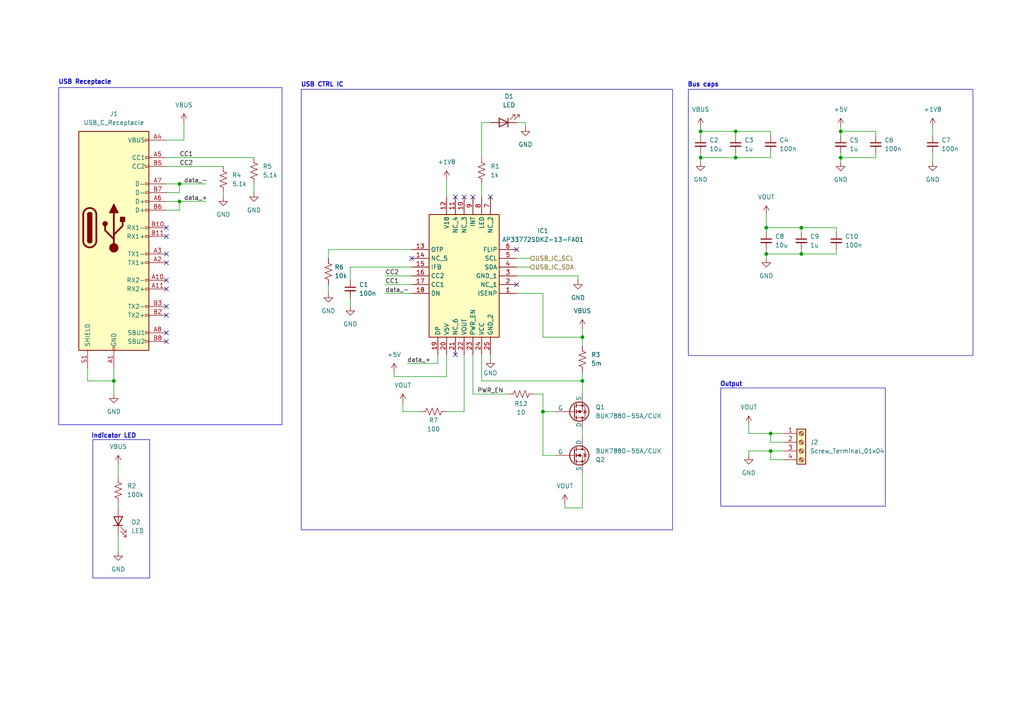
<source format=kicad_sch>
(kicad_sch (version 20250114) (generator "eeschema") (generator_version "9.0")
  (paper "A4")
  (lib_symbols
    (symbol "AP33772SDKZ-13-FA01:AP33772SDKZ-13-FA01"
      (property "Reference" "IC" (at 26.67 17.78 0))
      (property "Value" "AP33772SDKZ-13-FA01" (at 26.67 15.24 0))
      (symbol "AP33772SDKZ-13-FA01_1_1"
        (rectangle (start 5.08 12.7) (end 25.4 -22.86) (stroke (width 0.254)) (fill (type background)))
        (pin passive line (at 0 0 0) (length 5.08) (name "ISENP") (number "1"))
        (pin passive line (at 0 -2.54 0) (length 5.08) (name "NC_1") (number "2"))
        (pin passive line (at 0 -5.08 0) (length 5.08) (name "GND_1") (number "3"))
        (pin passive line (at 0 -7.62 0) (length 5.08) (name "SDA") (number "4"))
        (pin passive line (at 0 -10.16 0) (length 5.08) (name "SCL") (number "5"))
        (pin passive line (at 0 -12.7 0) (length 5.08) (name "FLIP") (number "6"))
        (pin passive line (at 7.62 17.78 270) (length 5.08) (name "GND_2") (number "25"))
        (pin passive line (at 7.62 -27.94 90) (length 5.08) (name "NC_2") (number "7"))
        (pin passive line (at 10.16 17.78 270) (length 5.08) (name "VCC") (number "24"))
        (pin passive line (at 10.16 -27.94 90) (length 5.08) (name "LED") (number "8"))
        (pin passive line (at 12.7 17.78 270) (length 5.08) (name "PWR_EN") (number "23"))
        (pin passive line (at 12.7 -27.94 90) (length 5.08) (name "INT") (number "9"))
        (pin passive line (at 15.24 17.78 270) (length 5.08) (name "VOUT") (number "22"))
        (pin passive line (at 15.24 -27.94 90) (length 5.08) (name "NC_3") (number "10"))
        (pin passive line (at 17.78 17.78 270) (length 5.08) (name "NC_6") (number "21"))
        (pin passive line (at 17.78 -27.94 90) (length 5.08) (name "NC_4") (number "11"))
        (pin passive line (at 20.32 17.78 270) (length 5.08) (name "V5V") (number "20"))
        (pin passive line (at 20.32 -27.94 90) (length 5.08) (name "V18") (number "12"))
        (pin passive line (at 22.86 17.78 270) (length 5.08) (name "DP") (number "19"))
        (pin passive line (at 30.48 0 180) (length 5.08) (name "DN") (number "18"))
        (pin passive line (at 30.48 -2.54 180) (length 5.08) (name "CC1") (number "17"))
        (pin passive line (at 30.48 -5.08 180) (length 5.08) (name "CC2") (number "16"))
        (pin passive line (at 30.48 -7.62 180) (length 5.08) (name "IFB") (number "15"))
        (pin passive line (at 30.48 -10.16 180) (length 5.08) (name "NC_5") (number "14"))
        (pin passive line (at 30.48 -12.7 180) (length 5.08) (name "OTP") (number "13"))
      )
    )
    (symbol "Connector:Screw_Terminal_01x04" (pin_names (offset 1.016) (hide yes))
      (property "Reference" "J" (at 0 5.08 0))
      (property "Value" "Screw_Terminal_01x04" (at 0 -7.62 0))
      (symbol "Screw_Terminal_01x04_1_1"
        (rectangle (start -1.27 3.81) (end 1.27 -6.35) (stroke (width 0.254)) (fill (type background)))
        (polyline (pts (xy -0.5334 2.8702) (xy 0.3302 2.032)) (stroke (width 0.1524)))
        (polyline (pts (xy -0.5334 0.3302) (xy 0.3302 -0.508)) (stroke (width 0.1524)))
        (polyline (pts (xy -0.5334 -2.2098) (xy 0.3302 -3.048)) (stroke (width 0.1524)))
        (polyline (pts (xy -0.5334 -4.7498) (xy 0.3302 -5.588)) (stroke (width 0.1524)))
        (polyline (pts (xy -0.3556 3.048) (xy 0.508 2.2098)) (stroke (width 0.1524)))
        (polyline (pts (xy -0.3556 0.508) (xy 0.508 -0.3302)) (stroke (width 0.1524)))
        (polyline (pts (xy -0.3556 -2.032) (xy 0.508 -2.8702)) (stroke (width 0.1524)))
        (polyline (pts (xy -0.3556 -4.572) (xy 0.508 -5.4102)) (stroke (width 0.1524)))
        (circle (center 0 2.54) (radius 0.635) (stroke (width 0.1524)))
        (circle (center 0 0) (radius 0.635) (stroke (width 0.1524)))
        (circle (center 0 -2.54) (radius 0.635) (stroke (width 0.1524)))
        (circle (center 0 -5.08) (radius 0.635) (stroke (width 0.1524)))
        (pin passive line (at -5.08 2.54 0) (length 3.81) (name "Pin_1") (number "1"))
        (pin passive line (at -5.08 0 0) (length 3.81) (name "Pin_2") (number "2"))
        (pin passive line (at -5.08 -2.54 0) (length 3.81) (name "Pin_3") (number "3"))
        (pin passive line (at -5.08 -5.08 0) (length 3.81) (name "Pin_4") (number "4"))
      )
    )
    (symbol "Connector:USB_C_Receptacle" (pin_names (offset 1.016))
      (property "Reference" "J" (at -10.16 29.21 0))
      (property "Value" "USB_C_Receptacle" (at 10.16 29.21 0))
      (symbol "USB_C_Receptacle_0_0"
        (rectangle (start -0.254 -35.56) (end 0.254 -34.544))
        (rectangle (start 10.16 25.654) (end 9.144 25.146))
        (rectangle (start 10.16 20.574) (end 9.144 20.066))
        (rectangle (start 10.16 18.034) (end 9.144 17.526))
        (rectangle (start 10.16 12.954) (end 9.144 12.446))
        (rectangle (start 10.16 10.414) (end 9.144 9.906))
        (rectangle (start 10.16 7.874) (end 9.144 7.366))
        (rectangle (start 10.16 5.334) (end 9.144 4.826))
        (rectangle (start 10.16 0.254) (end 9.144 -0.254))
        (rectangle (start 10.16 -2.286) (end 9.144 -2.794))
        (rectangle (start 10.16 -7.366) (end 9.144 -7.874))
        (rectangle (start 10.16 -9.906) (end 9.144 -10.414))
        (rectangle (start 10.16 -14.986) (end 9.144 -15.494))
        (rectangle (start 10.16 -17.526) (end 9.144 -18.034))
        (rectangle (start 10.16 -22.606) (end 9.144 -23.114))
        (rectangle (start 10.16 -25.146) (end 9.144 -25.654))
        (rectangle (start 10.16 -30.226) (end 9.144 -30.734))
        (rectangle (start 10.16 -32.766) (end 9.144 -33.274))
      )
      (symbol "USB_C_Receptacle_0_1"
        (rectangle (start -10.16 27.94) (end 10.16 -35.56) (stroke (width 0.254)) (fill (type background)))
        (polyline (pts (xy -8.89 -3.81) (xy -8.89 3.81)) (stroke (width 0.508)))
        (rectangle (start -7.62 -3.81) (end -6.35 3.81) (stroke (width 0.254)) (fill (type outline)))
        (arc (start -7.62 3.81) (mid -6.985 4.4423) (end -6.35 3.81) (stroke (width 0.254)))
        (arc (start -7.62 3.81) (mid -6.985 4.4423) (end -6.35 3.81) (stroke (width 0.254)) (fill (type outline)))
        (arc (start -8.89 3.81) (mid -6.985 5.7067) (end -5.08 3.81) (stroke (width 0.508)))
        (arc (start -5.08 -3.81) (mid -6.985 -5.7067) (end -8.89 -3.81) (stroke (width 0.508)))
        (arc (start -6.35 -3.81) (mid -6.985 -4.4423) (end -7.62 -3.81) (stroke (width 0.254)))
        (arc (start -6.35 -3.81) (mid -6.985 -4.4423) (end -7.62 -3.81) (stroke (width 0.254)) (fill (type outline)))
        (polyline (pts (xy -5.08 3.81) (xy -5.08 -3.81)) (stroke (width 0.508)))
      )
      (symbol "USB_C_Receptacle_1_1"
        (circle (center -2.54 1.143) (radius 0.635) (stroke (width 0.254)) (fill (type outline)))
        (polyline (pts (xy -1.27 4.318) (xy 0 6.858) (xy 1.27 4.318) (xy -1.27 4.318)) (stroke (width 0.254)) (fill (type outline)))
        (polyline (pts (xy 0 -2.032) (xy 2.54 0.508) (xy 2.54 1.778)) (stroke (width 0.508)))
        (polyline (pts (xy 0 -3.302) (xy -2.54 -0.762) (xy -2.54 0.508)) (stroke (width 0.508)))
        (polyline (pts (xy 0 -5.842) (xy 0 4.318)) (stroke (width 0.508)))
        (circle (center 0 -5.842) (radius 1.27) (fill (type outline)))
        (rectangle (start 1.905 1.778) (end 3.175 3.048) (stroke (width 0.254)) (fill (type outline)))
        (pin passive line (at -7.62 -40.64 90) (length 5.08) (name "SHIELD") (number "S1"))
        (pin passive line (at 0 -40.64 90) (length 5.08) (name "GND") (number "A1"))
        (pin passive line (at 0 -40.64 90) (length 5.08) (hide yes) (name "GND") (number "A12"))
        (pin passive line (at 0 -40.64 90) (length 5.08) (hide yes) (name "GND") (number "B1"))
        (pin passive line (at 0 -40.64 90) (length 5.08) (hide yes) (name "GND") (number "B12"))
        (pin passive line (at 15.24 25.4 180) (length 5.08) (name "VBUS") (number "A4"))
        (pin passive line (at 15.24 25.4 180) (length 5.08) (hide yes) (name "VBUS") (number "A9"))
        (pin passive line (at 15.24 25.4 180) (length 5.08) (hide yes) (name "VBUS") (number "B4"))
        (pin passive line (at 15.24 25.4 180) (length 5.08) (hide yes) (name "VBUS") (number "B9"))
        (pin bidirectional line (at 15.24 20.32 180) (length 5.08) (name "CC1") (number "A5"))
        (pin bidirectional line (at 15.24 17.78 180) (length 5.08) (name "CC2") (number "B5"))
        (pin bidirectional line (at 15.24 12.7 180) (length 5.08) (name "D-") (number "A7"))
        (pin bidirectional line (at 15.24 10.16 180) (length 5.08) (name "D-") (number "B7"))
        (pin bidirectional line (at 15.24 7.62 180) (length 5.08) (name "D+") (number "A6"))
        (pin bidirectional line (at 15.24 5.08 180) (length 5.08) (name "D+") (number "B6"))
        (pin bidirectional line (at 15.24 0 180) (length 5.08) (name "RX1-") (number "B10"))
        (pin bidirectional line (at 15.24 -2.54 180) (length 5.08) (name "RX1+") (number "B11"))
        (pin bidirectional line (at 15.24 -7.62 180) (length 5.08) (name "TX1-") (number "A3"))
        (pin bidirectional line (at 15.24 -10.16 180) (length 5.08) (name "TX1+") (number "A2"))
        (pin bidirectional line (at 15.24 -15.24 180) (length 5.08) (name "RX2-") (number "A10"))
        (pin bidirectional line (at 15.24 -17.78 180) (length 5.08) (name "RX2+") (number "A11"))
        (pin bidirectional line (at 15.24 -22.86 180) (length 5.08) (name "TX2-") (number "B3"))
        (pin bidirectional line (at 15.24 -25.4 180) (length 5.08) (name "TX2+") (number "B2"))
        (pin bidirectional line (at 15.24 -30.48 180) (length 5.08) (name "SBU1") (number "A8"))
        (pin bidirectional line (at 15.24 -33.02 180) (length 5.08) (name "SBU2") (number "B8"))
      )
    )
    (symbol "Device:C_Small" (pin_numbers (hide yes)) (pin_names (offset 0.254) (hide yes))
      (property "Reference" "C" (at 0.254 1.778 0))
      (property "Value" "C_Small" (at 0.254 -2.032 0))
      (symbol "C_Small_0_1"
        (polyline (pts (xy -1.524 0.508) (xy 1.524 0.508)) (stroke (width 0.3048)))
        (polyline (pts (xy -1.524 -0.508) (xy 1.524 -0.508)) (stroke (width 0.3302)))
      )
      (symbol "C_Small_1_1"
        (pin passive line (at 0 2.54 270) (length 2.032) (name "~") (number "1"))
        (pin passive line (at 0 -2.54 90) (length 2.032) (name "~") (number "2"))
      )
    )
    (symbol "Device:LED" (pin_numbers (hide yes)) (pin_names (offset 1.016) (hide yes))
      (property "Reference" "D" (at 0 2.54 0))
      (property "Value" "LED" (at 0 -2.54 0))
      (symbol "LED_0_1"
        (polyline (pts (xy -3.048 -0.762) (xy -4.572 -2.286) (xy -3.81 -2.286) (xy -4.572 -2.286) (xy -4.572 -1.524)))
        (polyline (pts (xy -1.778 -0.762) (xy -3.302 -2.286) (xy -2.54 -2.286) (xy -3.302 -2.286) (xy -3.302 -1.524)))
        (polyline (pts (xy -1.27 0) (xy 1.27 0)))
        (polyline (pts (xy -1.27 -1.27) (xy -1.27 1.27)) (stroke (width 0.254)))
        (polyline (pts (xy 1.27 -1.27) (xy 1.27 1.27) (xy -1.27 0) (xy 1.27 -1.27)) (stroke (width 0.254)))
      )
      (symbol "LED_1_1"
        (pin passive line (at -3.81 0 0) (length 2.54) (name "K") (number "1"))
        (pin passive line (at 3.81 0 180) (length 2.54) (name "A") (number "2"))
      )
    )
    (symbol "Device:R_US" (pin_numbers (hide yes)) (pin_names (offset 0))
      (property "Reference" "R" (at 2.54 0 90))
      (property "Value" "R_US" (at -2.54 0 90))
      (symbol "R_US_0_1"
        (polyline (pts (xy 0 2.286) (xy 0 2.54)))
        (polyline (pts (xy 0 2.286) (xy 1.016 1.905) (xy 0 1.524) (xy -1.016 1.143) (xy 0 0.762)))
        (polyline (pts (xy 0 0.762) (xy 1.016 0.381) (xy 0 0) (xy -1.016 -0.381) (xy 0 -0.762)))
        (polyline (pts (xy 0 -0.762) (xy 1.016 -1.143) (xy 0 -1.524) (xy -1.016 -1.905) (xy 0 -2.286)))
        (polyline (pts (xy 0 -2.286) (xy 0 -2.54)))
      )
      (symbol "R_US_1_1"
        (pin passive line (at 0 3.81 270) (length 1.27) (name "~") (number "1"))
        (pin passive line (at 0 -3.81 90) (length 1.27) (name "~") (number "2"))
      )
    )
    (symbol "Simulation_SPICE:NMOS" (pin_numbers (hide yes)) (pin_names (offset 0))
      (property "Reference" "Q" (at 5.08 1.27 0))
      (property "Value" "NMOS" (at 5.08 -1.27 0))
      (symbol "NMOS_0_1"
        (polyline (pts (xy 0.254 1.905) (xy 0.254 -1.905)) (stroke (width 0.254)))
        (polyline (pts (xy 0.254 0) (xy -2.54 0)))
        (polyline (pts (xy 0.762 2.286) (xy 0.762 1.27)) (stroke (width 0.254)))
        (polyline (pts (xy 0.762 0.508) (xy 0.762 -0.508)) (stroke (width 0.254)))
        (polyline (pts (xy 0.762 -1.27) (xy 0.762 -2.286)) (stroke (width 0.254)))
        (polyline (pts (xy 0.762 -1.778) (xy 3.302 -1.778) (xy 3.302 1.778) (xy 0.762 1.778)))
        (polyline (pts (xy 1.016 0) (xy 2.032 0.381) (xy 2.032 -0.381) (xy 1.016 0)) (fill (type outline)))
        (circle (center 1.651 0) (radius 2.794) (stroke (width 0.254)))
        (polyline (pts (xy 2.54 2.54) (xy 2.54 1.778)))
        (circle (center 2.54 1.778) (radius 0.254) (fill (type outline)))
        (circle (center 2.54 -1.778) (radius 0.254) (fill (type outline)))
        (polyline (pts (xy 2.54 -2.54) (xy 2.54 0) (xy 0.762 0)))
        (polyline (pts (xy 2.794 0.508) (xy 2.921 0.381) (xy 3.683 0.381) (xy 3.81 0.254)))
        (polyline (pts (xy 3.302 0.381) (xy 2.921 -0.254) (xy 3.683 -0.254) (xy 3.302 0.381)))
      )
      (symbol "NMOS_1_1"
        (pin input line (at -5.08 0 0) (length 2.54) (name "G") (number "2"))
        (pin passive line (at 2.54 5.08 270) (length 2.54) (name "D") (number "1"))
        (pin passive line (at 2.54 -5.08 90) (length 2.54) (name "S") (number "3"))
      )
    )
    (symbol "power:+5V" (power) (pin_numbers (hide yes)) (pin_names (offset 0) (hide yes))
      (property "Value" "+5V" (at 0 3.556 0))
      (symbol "+5V_0_1"
        (polyline (pts (xy -0.762 1.27) (xy 0 2.54)))
        (polyline (pts (xy 0 2.54) (xy 0.762 1.27)))
        (polyline (pts (xy 0 0) (xy 0 2.54)))
      )
      (symbol "+5V_1_1"
        (pin power_in line (at 0 0 90) (length 0) (name "~") (number "1"))
      )
    )
    (symbol "power:GND" (power) (pin_numbers (hide yes)) (pin_names (offset 0) (hide yes))
      (property "Value" "GND" (at 0 -3.81 0))
      (symbol "GND_0_1"
        (polyline (pts (xy 0 0) (xy 0 -1.27) (xy 1.27 -1.27) (xy 0 -2.54) (xy -1.27 -1.27) (xy 0 -1.27)))
      )
      (symbol "GND_1_1"
        (pin power_in line (at 0 0 270) (length 0) (name "~") (number "1"))
      )
    )
    (symbol "power:VBUS" (power) (pin_numbers (hide yes)) (pin_names (offset 0) (hide yes))
      (property "Value" "VBUS" (at 0 3.556 0))
      (symbol "VBUS_0_1"
        (polyline (pts (xy -0.762 1.27) (xy 0 2.54)))
        (polyline (pts (xy 0 2.54) (xy 0.762 1.27)))
        (polyline (pts (xy 0 0) (xy 0 2.54)))
      )
      (symbol "VBUS_1_1"
        (pin power_in line (at 0 0 90) (length 0) (name "~") (number "1"))
      )
    )
  )
  (rectangle (start 87.376 25.908) (end 195.072 153.67))
  (rectangle (start 209.042 112.522) (end 256.794 146.812))
  (rectangle (start 199.644 25.908) (end 282.194 103.124))
  (rectangle (start 26.924 127.508) (end 43.434 167.64))
  (rectangle (start 17.018 25.4) (end 81.788 123.19))
  (text "Bus caps\n\n" (at 203.962 25.654 0) (effects (font (size 1.27 1.27) (thickness 0.254) (bold yes))))
  (text "Indicator LED\n" (at 33.02 126.492 0) (effects (font (size 1.27 1.27) (thickness 0.254) (bold yes))))
  (text "USB Receptacle\n" (at 24.638 23.876 0) (effects (font (size 1.27 1.27) (thickness 0.254) (bold yes))))
  (text "Output\n\n" (at 212.09 112.522 0) (effects (font (size 1.27 1.27) (thickness 0.254) (bold yes))))
  (text "USB CTRL IC\n" (at 93.472 24.638 0) (effects (font (size 1.27 1.27) (thickness 0.254) (bold yes))))
  (junction (at 243.84 38.1))
  (junction (at 213.36 38.1))
  (junction (at 52.07 53.34))
  (junction (at 203.2 45.72))
  (junction (at 157.48 119.38))
  (junction (at 223.52 125.73))
  (junction (at 232.41 73.66))
  (junction (at 232.41 66.04))
  (junction (at 243.84 45.72))
  (junction (at 222.25 66.04))
  (junction (at 52.07 58.42))
  (junction (at 213.36 45.72))
  (junction (at 168.91 97.79))
  (junction (at 222.25 73.66))
  (junction (at 203.2 38.1))
  (junction (at 168.91 110.49))
  (junction (at 223.52 130.81))
  (junction (at 33.02 110.49))
  (no_connect (at 142.24 57.15))
  (no_connect (at 132.08 102.87))
  (no_connect (at 137.16 57.15))
  (no_connect (at 149.86 82.55))
  (no_connect (at 48.26 83.82))
  (no_connect (at 48.26 96.52))
  (no_connect (at 132.08 57.15))
  (no_connect (at 48.26 73.66))
  (no_connect (at 48.26 76.2))
  (no_connect (at 48.26 66.04))
  (no_connect (at 48.26 91.44))
  (no_connect (at 48.26 81.28))
  (no_connect (at 48.26 88.9))
  (no_connect (at 149.86 72.39))
  (no_connect (at 48.26 68.58))
  (no_connect (at 119.38 74.93))
  (no_connect (at 48.26 99.06))
  (no_connect (at 134.62 57.15))
  (wire (pts (xy 142.24 35.56) (xy 139.7 35.56)))
  (wire (pts (xy 149.86 74.93) (xy 153.67 74.93)))
  (wire (pts (xy 139.7 110.49) (xy 168.91 110.49)))
  (wire (pts (xy 53.34 35.56) (xy 53.34 40.64)))
  (wire (pts (xy 48.26 60.96) (xy 52.07 60.96)))
  (wire (pts (xy 157.48 114.3) (xy 157.48 119.38)))
  (wire (pts (xy 139.7 53.34) (xy 139.7 57.15)))
  (wire (pts (xy 243.84 45.72) (xy 254 45.72)))
  (wire (pts (xy 242.57 73.66) (xy 242.57 72.39)))
  (wire (pts (xy 127 102.87) (xy 127 105.41)))
  (wire (pts (xy 168.91 124.46) (xy 168.91 127)))
  (wire (pts (xy 168.91 147.32) (xy 163.83 147.32)))
  (wire (pts (xy 34.29 146.05) (xy 34.29 147.32)))
  (wire (pts (xy 203.2 36.83) (xy 203.2 38.1)))
  (wire (pts (xy 243.84 44.45) (xy 243.84 45.72)))
  (wire (pts (xy 101.6 86.36) (xy 101.6 88.9)))
  (wire (pts (xy 217.17 123.19) (xy 217.17 125.73)))
  (wire (pts (xy 152.4 35.56) (xy 152.4 36.83)))
  (wire (pts (xy 222.25 73.66) (xy 222.25 74.93)))
  (wire (pts (xy 149.86 85.09) (xy 157.48 85.09)))
  (wire (pts (xy 223.52 130.81) (xy 227.33 130.81)))
  (wire (pts (xy 163.83 146.05) (xy 163.83 147.32)))
  (wire (pts (xy 243.84 38.1) (xy 243.84 39.37)))
  (wire (pts (xy 52.07 53.34) (xy 59.69 53.34)))
  (wire (pts (xy 129.54 109.22) (xy 129.54 102.87)))
  (wire (pts (xy 223.52 125.73) (xy 227.33 125.73)))
  (wire (pts (xy 73.66 53.34) (xy 73.66 55.88)))
  (wire (pts (xy 137.16 102.87) (xy 137.16 114.3)))
  (wire (pts (xy 111.76 85.09) (xy 119.38 85.09)))
  (wire (pts (xy 114.3 109.22) (xy 129.54 109.22)))
  (wire (pts (xy 52.07 58.42) (xy 59.69 58.42)))
  (wire (pts (xy 157.48 132.08) (xy 161.29 132.08)))
  (wire (pts (xy 33.02 110.49) (xy 33.02 114.3)))
  (wire (pts (xy 223.52 133.35) (xy 227.33 133.35)))
  (wire (pts (xy 33.02 106.68) (xy 33.02 110.49)))
  (wire (pts (xy 203.2 44.45) (xy 203.2 45.72)))
  (wire (pts (xy 242.57 66.04) (xy 242.57 67.31)))
  (wire (pts (xy 168.91 137.16) (xy 168.91 147.32)))
  (wire (pts (xy 157.48 97.79) (xy 168.91 97.79)))
  (wire (pts (xy 167.64 80.01) (xy 149.86 80.01)))
  (wire (pts (xy 213.36 38.1) (xy 213.36 39.37)))
  (wire (pts (xy 222.25 62.23) (xy 222.25 66.04)))
  (wire (pts (xy 101.6 77.47) (xy 101.6 81.28)))
  (wire (pts (xy 95.25 82.55) (xy 95.25 85.09)))
  (wire (pts (xy 157.48 85.09) (xy 157.48 97.79)))
  (wire (pts (xy 48.26 48.26) (xy 64.77 48.26)))
  (wire (pts (xy 254 38.1) (xy 254 39.37)))
  (wire (pts (xy 223.52 128.27) (xy 227.33 128.27)))
  (wire (pts (xy 213.36 38.1) (xy 223.52 38.1)))
  (wire (pts (xy 149.86 77.47) (xy 153.67 77.47)))
  (wire (pts (xy 129.54 52.07) (xy 129.54 57.15)))
  (wire (pts (xy 270.51 44.45) (xy 270.51 46.99)))
  (wire (pts (xy 48.26 45.72) (xy 73.66 45.72)))
  (wire (pts (xy 232.41 66.04) (xy 242.57 66.04)))
  (wire (pts (xy 254 44.45) (xy 254 45.72)))
  (wire (pts (xy 129.54 119.38) (xy 134.62 119.38)))
  (wire (pts (xy 223.52 38.1) (xy 223.52 39.37)))
  (wire (pts (xy 118.11 105.41) (xy 127 105.41)))
  (wire (pts (xy 48.26 58.42) (xy 52.07 58.42)))
  (wire (pts (xy 213.36 45.72) (xy 223.52 45.72)))
  (wire (pts (xy 52.07 55.88) (xy 48.26 55.88)))
  (wire (pts (xy 222.25 66.04) (xy 232.41 66.04)))
  (wire (pts (xy 111.76 80.01) (xy 119.38 80.01)))
  (wire (pts (xy 139.7 102.87) (xy 139.7 110.49)))
  (wire (pts (xy 168.91 110.49) (xy 168.91 107.95)))
  (wire (pts (xy 52.07 58.42) (xy 52.07 60.96)))
  (wire (pts (xy 154.94 114.3) (xy 157.48 114.3)))
  (wire (pts (xy 95.25 72.39) (xy 95.25 74.93)))
  (wire (pts (xy 243.84 45.72) (xy 243.84 46.99)))
  (wire (pts (xy 116.84 119.38) (xy 121.92 119.38)))
  (wire (pts (xy 157.48 119.38) (xy 161.29 119.38)))
  (wire (pts (xy 203.2 45.72) (xy 203.2 46.99)))
  (wire (pts (xy 243.84 38.1) (xy 254 38.1)))
  (wire (pts (xy 53.34 40.64) (xy 48.26 40.64)))
  (wire (pts (xy 114.3 107.95) (xy 114.3 109.22)))
  (wire (pts (xy 137.16 114.3) (xy 147.32 114.3)))
  (wire (pts (xy 64.77 55.88) (xy 64.77 57.15)))
  (wire (pts (xy 217.17 125.73) (xy 223.52 125.73)))
  (wire (pts (xy 111.76 82.55) (xy 119.38 82.55)))
  (wire (pts (xy 222.25 73.66) (xy 232.41 73.66)))
  (wire (pts (xy 217.17 130.81) (xy 217.17 132.08)))
  (wire (pts (xy 217.17 130.81) (xy 223.52 130.81)))
  (wire (pts (xy 116.84 116.84) (xy 116.84 119.38)))
  (wire (pts (xy 213.36 44.45) (xy 213.36 45.72)))
  (wire (pts (xy 222.25 72.39) (xy 222.25 73.66)))
  (wire (pts (xy 232.41 66.04) (xy 232.41 67.31)))
  (wire (pts (xy 223.52 130.81) (xy 223.52 133.35)))
  (wire (pts (xy 167.64 81.28) (xy 167.64 80.01)))
  (wire (pts (xy 232.41 73.66) (xy 242.57 73.66)))
  (wire (pts (xy 168.91 110.49) (xy 168.91 114.3)))
  (wire (pts (xy 168.91 97.79) (xy 168.91 100.33)))
  (wire (pts (xy 203.2 38.1) (xy 203.2 39.37)))
  (wire (pts (xy 48.26 53.34) (xy 52.07 53.34)))
  (wire (pts (xy 139.7 35.56) (xy 139.7 45.72)))
  (wire (pts (xy 119.38 77.47) (xy 101.6 77.47)))
  (wire (pts (xy 25.4 110.49) (xy 33.02 110.49)))
  (wire (pts (xy 168.91 95.25) (xy 168.91 97.79)))
  (wire (pts (xy 25.4 106.68) (xy 25.4 110.49)))
  (wire (pts (xy 222.25 66.04) (xy 222.25 67.31)))
  (wire (pts (xy 34.29 154.94) (xy 34.29 160.02)))
  (wire (pts (xy 223.52 125.73) (xy 223.52 128.27)))
  (wire (pts (xy 203.2 45.72) (xy 213.36 45.72)))
  (wire (pts (xy 232.41 72.39) (xy 232.41 73.66)))
  (wire (pts (xy 223.52 45.72) (xy 223.52 44.45)))
  (wire (pts (xy 134.62 102.87) (xy 134.62 119.38)))
  (wire (pts (xy 52.07 53.34) (xy 52.07 55.88)))
  (wire (pts (xy 149.86 35.56) (xy 152.4 35.56)))
  (wire (pts (xy 34.29 134.62) (xy 34.29 138.43)))
  (wire (pts (xy 157.48 119.38) (xy 157.48 132.08)))
  (wire (pts (xy 119.38 72.39) (xy 95.25 72.39)))
  (wire (pts (xy 270.51 36.83) (xy 270.51 39.37)))
  (wire (pts (xy 142.24 104.14) (xy 142.24 102.87)))
  (wire (pts (xy 203.2 38.1) (xy 213.36 38.1)))
  (wire (pts (xy 243.84 36.83) (xy 243.84 38.1)))
  (label "CC2" (at 111.76 80.01 0))
  (label "CC2" (at 52.07 48.26 0))
  (label "CC1" (at 52.07 45.72 0))
  (label "data_+" (at 118.11 105.41 0))
  (label "CC1" (at 111.76 82.55 0))
  (label "data_+" (at 53.34 58.42 0))
  (label "data_-" (at 53.34 53.34 0))
  (label "data_-" (at 111.76 85.09 0))
  (label "PWR_EN" (at 138.43 114.3 0))
  (hierarchical_label "USB_IC_SDA" (shape input) (at 153.67 77.47 0))
  (hierarchical_label "USB_IC_SCL" (shape input) (at 153.67 74.93 0))
  (symbol (lib_id "Device:C_Small") (at 223.52 41.91 0) (unit 1)
    (property "Reference" "C4" (at 226.06 40.6462 0) (effects (justify left)))
    (property "Value" "100n" (at 226.06 43.1862 0) (effects (justify left)))
    (property "Footprint" "Capacitor_SMD:C_0603_1608Metric_Pad1.08x0.95mm_HandSolder" (effects (hide yes)))
    (property "Description" "Unpolarized capacitor, small symbol" (effects (hide yes)))
  )
  (symbol (lib_id "power:VBUS") (at 168.91 95.25 0) (unit 1)
    (property "Reference" "#PWR011" (effects (hide yes)))
    (property "Value" "VBUS" (at 168.91 90.17 0))
    (property "Description" "Power symbol creates a global label with name \"VBUS\"" (effects (hide yes)))
  )
  (symbol (lib_id "power:GND") (at 270.51 46.99 0) (unit 1)
    (property "Reference" "#PWR017" (effects (hide yes)))
    (property "Value" "GND" (at 270.51 52.07 0))
    (property "Description" "Power symbol creates a global label with name \"GND\" , ground" (effects (hide yes)))
  )
  (symbol (lib_id "power:VBUS") (at 217.17 123.19 0) (unit 1)
    (property "Reference" "#PWR025" (effects (hide yes)))
    (property "Value" "VOUT" (at 217.17 118.11 0))
    (property "Description" "Power symbol creates a global label with name \"VBUS\"" (effects (hide yes)))
  )
  (symbol (lib_id "power:GND") (at 33.02 114.3 0) (unit 1)
    (property "Reference" "#PWR02" (effects (hide yes)))
    (property "Value" "GND" (at 33.02 119.38 0))
    (property "Description" "Power symbol creates a global label with name \"GND\" , ground" (effects (hide yes)))
  )
  (symbol (lib_id "Device:R_US") (at 64.77 52.07 180) (unit 1)
    (property "Reference" "R4" (at 67.31 50.7999 0) (effects (justify right)))
    (property "Value" "5.1k" (at 67.31 53.3399 0) (effects (justify right)))
    (property "Footprint" "Resistor_SMD:R_0603_1608Metric_Pad0.98x0.95mm_HandSolder" (effects (hide yes)))
    (property "Description" "Resistor, US symbol" (effects (hide yes)))
  )
  (symbol (lib_id "power:GND") (at 167.64 81.28 0) (unit 1)
    (property "Reference" "#PWR010" (effects (hide yes)))
    (property "Value" "GND" (at 167.64 86.36 0))
    (property "Description" "Power symbol creates a global label with name \"GND\" , ground" (effects (hide yes)))
  )
  (symbol (lib_id "power:GND") (at 203.2 46.99 0) (unit 1)
    (property "Reference" "#PWR08" (effects (hide yes)))
    (property "Value" "GND" (at 203.2 52.07 0))
    (property "Description" "Power symbol creates a global label with name \"GND\" , ground" (effects (hide yes)))
  )
  (symbol (lib_id "Device:R_US") (at 95.25 78.74 0) (unit 1)
    (property "Reference" "R6" (at 97.028 77.47 0) (effects (justify left)))
    (property "Value" "10k" (at 97.028 80.01 0) (effects (justify left)))
    (property "Footprint" "Resistor_SMD:R_0603_1608Metric_Pad0.98x0.95mm_HandSolder" (effects (hide yes)))
    (property "Description" "Resistor, US symbol" (effects (hide yes)))
  )
  (symbol (lib_id "Device:C_Small") (at 203.2 41.91 0) (unit 1)
    (property "Reference" "C2" (at 205.74 40.6462 0) (effects (justify left)))
    (property "Value" "10u" (at 205.74 43.1862 0) (effects (justify left)))
    (property "Footprint" "Capacitor_SMD:C_0603_1608Metric_Pad1.08x0.95mm_HandSolder" (effects (hide yes)))
    (property "Description" "Unpolarized capacitor, small symbol" (effects (hide yes)))
  )
  (symbol (lib_id "power:VBUS") (at 222.25 62.23 0) (unit 1)
    (property "Reference" "#PWR029" (effects (hide yes)))
    (property "Value" "VOUT" (at 222.25 57.15 0))
    (property "Description" "Power symbol creates a global label with name \"VBUS\"" (effects (hide yes)))
  )
  (symbol (lib_id "power:GND") (at 64.77 57.15 0) (unit 1)
    (property "Reference" "#PWR012" (effects (hide yes)))
    (property "Value" "GND" (at 64.77 62.23 0))
    (property "Description" "Power symbol creates a global label with name \"GND\" , ground" (effects (hide yes)))
  )
  (symbol (lib_id "power:GND") (at 217.17 132.08 0) (unit 1)
    (property "Reference" "#PWR021" (effects (hide yes)))
    (property "Value" "GND" (at 217.17 137.16 0))
    (property "Description" "Power symbol creates a global label with name \"GND\" , ground" (effects (hide yes)))
  )
  (symbol (lib_id "power:VBUS") (at 116.84 116.84 0) (unit 1)
    (property "Reference" "#PWR024" (effects (hide yes)))
    (property "Value" "VOUT" (at 116.84 111.76 0))
    (property "Description" "Power symbol creates a global label with name \"VBUS\"" (effects (hide yes)))
  )
  (symbol (lib_id "Device:C_Small") (at 232.41 69.85 0) (unit 1)
    (property "Reference" "C9" (at 234.95 68.5862 0) (effects (justify left)))
    (property "Value" "1u" (at 234.95 71.1262 0) (effects (justify left)))
    (property "Footprint" "Capacitor_SMD:C_0603_1608Metric_Pad1.08x0.95mm_HandSolder" (effects (hide yes)))
    (property "Description" "Unpolarized capacitor, small symbol" (effects (hide yes)))
  )
  (symbol (lib_id "Device:C_Small") (at 254 41.91 0) (unit 1)
    (property "Reference" "C6" (at 256.54 40.6462 0) (effects (justify left)))
    (property "Value" "100n" (at 256.54 43.1862 0) (effects (justify left)))
    (property "Footprint" "Capacitor_SMD:C_0603_1608Metric_Pad1.08x0.95mm_HandSolder" (effects (hide yes)))
    (property "Description" "Unpolarized capacitor, small symbol" (effects (hide yes)))
  )
  (symbol (lib_id "power:+5V") (at 114.3 107.95 0) (unit 1)
    (property "Reference" "#PWR04" (effects (hide yes)))
    (property "Value" "+5V" (at 114.3 102.87 0))
    (property "Description" "Power symbol creates a global label with name \"+5V\"" (effects (hide yes)))
  )
  (symbol (lib_id "AP33772SDKZ-13-FA01:AP33772SDKZ-13-FA01") (at 149.86 85.09 180) (unit 1)
    (property "Reference" "IC1" (at 157.48 66.9446 0))
    (property "Value" "AP33772SDKZ-13-FA01" (at 157.48 69.4846 0))
    (property "Footprint" "footprints:AP33772SDKZ13FA01" (effects (hide yes)))
    (property "Datasheet" "https://www.diodes.com/datasheet/download/AP33772S.pdf" (effects (hide yes)))
    (property "Description" "USB, Type-C Controller PMIC W-QFN4040-24 (Type A1)" (effects (hide yes)))
    (property "Height" "0.8" (effects (hide yes)))
    (property "Mouser Part Number" "621-P33772SDKZ13FA01" (effects (hide yes)))
    (property "Mouser Price/Stock" "https://www.mouser.co.uk/ProductDetail/Diodes-Incorporated/AP33772SDKZ-13-FA01?qs=2wMNvWM5ZX4CLYQ4%252BLyimw%3D%3D" (effects (hide yes)))
    (property "Manufacturer_Name" "Diodes Incorporated" (effects (hide yes)))
    (property "Manufacturer_Part_Number" "AP33772SDKZ-13-FA01" (effects (hide yes)))
  )
  (symbol (lib_id "Device:R_US") (at 34.29 142.24 0) (unit 1)
    (property "Reference" "R2" (at 36.83 140.9699 0) (effects (justify left)))
    (property "Value" "100k" (at 36.83 143.5099 0) (effects (justify left)))
    (property "Footprint" "Resistor_SMD:R_0603_1608Metric_Pad0.98x0.95mm_HandSolder" (effects (hide yes)))
    (property "Description" "Resistor, US symbol" (effects (hide yes)))
  )
  (symbol (lib_id "power:VBUS") (at 163.83 146.05 0) (unit 1)
    (property "Reference" "#PWR030" (effects (hide yes)))
    (property "Value" "VOUT" (at 163.83 140.97 0))
    (property "Description" "Power symbol creates a global label with name \"VBUS\"" (effects (hide yes)))
  )
  (symbol (lib_id "power:GND") (at 73.66 55.88 0) (unit 1)
    (property "Reference" "#PWR023" (effects (hide yes)))
    (property "Value" "GND" (at 73.66 60.96 0))
    (property "Description" "Power symbol creates a global label with name \"GND\" , ground" (effects (hide yes)))
  )
  (symbol (lib_id "Device:R_US") (at 73.66 49.53 180) (unit 1)
    (property "Reference" "R5" (at 76.2 48.2599 0) (effects (justify right)))
    (property "Value" "5.1k" (at 76.2 50.7999 0) (effects (justify right)))
    (property "Footprint" "Resistor_SMD:R_0603_1608Metric_Pad0.98x0.95mm_HandSolder" (effects (hide yes)))
    (property "Description" "Resistor, US symbol" (effects (hide yes)))
  )
  (symbol (lib_id "Simulation_SPICE:NMOS") (at 166.37 119.38 0) (mirror x) (unit 1)
    (property "Reference" "Q1" (at 172.72 118.1099 0) (effects (justify left)))
    (property "Value" "BUK7880-55A/CUX" (at 172.72 120.6499 0) (effects (justify left)))
    (property "Footprint" "Library:SOT-223-3_TabPin2" (effects (hide yes)))
    (property "Datasheet" "https://assets.nexperia.com/documents/data-sheet/BUK7880-55A.pdf" (effects (hide yes)))
    (property "Description" "N-MOSFET transistor, drain/source/gate" (effects (hide yes)))
    (property "Sim.Device" "NMOS" (effects (hide yes)))
    (property "Sim.Type" "VDMOS" (effects (hide yes)))
    (property "Sim.Pins" "1=D 2=G 3=S" (effects (hide yes)))
  )
  (symbol (lib_id "power:+5V") (at 243.84 36.83 0) (unit 1)
    (property "Reference" "#PWR013" (effects (hide yes)))
    (property "Value" "+5V" (at 243.84 31.75 0))
    (property "Description" "Power symbol creates a global label with name \"+5V\"" (effects (hide yes)))
  )
  (symbol (lib_id "Device:R_US") (at 168.91 104.14 0) (unit 1)
    (property "Reference" "R3" (at 171.45 102.8699 0) (effects (justify left)))
    (property "Value" "5m" (at 171.45 105.4099 0) (effects (justify left)))
    (property "Footprint" "Resistor_SMD:R_1206_3216Metric_Pad1.30x1.75mm_HandSolder" (effects (hide yes)))
    (property "Description" "Resistor, US symbol" (effects (hide yes)))
  )
  (symbol (lib_id "Device:R_US") (at 151.13 114.3 270) (unit 1)
    (property "Reference" "R12" (at 151.13 117.094 90))
    (property "Value" "10" (at 151.13 119.634 90))
    (property "Footprint" "Resistor_SMD:R_0603_1608Metric_Pad0.98x0.95mm_HandSolder" (effects (hide yes)))
    (property "Description" "Resistor, US symbol" (effects (hide yes)))
  )
  (symbol (lib_id "Device:LED") (at 146.05 35.56 180) (unit 1)
    (property "Reference" "D1" (at 147.6375 27.94 0))
    (property "Value" "LED" (at 147.6375 30.48 0))
    (property "Footprint" "LED_SMD:LED_0603_1608Metric_Pad1.05x0.95mm_HandSolder" (effects (hide yes)))
    (property "Description" "Light emitting diode" (effects (hide yes)))
    (property "Sim.Pins" "1=K 2=A" (effects (hide yes)))
  )
  (symbol (lib_id "power:GND") (at 152.4 36.83 0) (unit 1)
    (property "Reference" "#PWR03" (effects (hide yes)))
    (property "Value" "GND" (at 152.4 41.91 0))
    (property "Description" "Power symbol creates a global label with name \"GND\" , ground" (effects (hide yes)))
  )
  (symbol (lib_id "Device:R_US") (at 125.73 119.38 270) (unit 1)
    (property "Reference" "R7" (at 125.73 121.92 90))
    (property "Value" "100" (at 125.73 124.46 90))
    (property "Footprint" "Resistor_SMD:R_0603_1608Metric_Pad0.98x0.95mm_HandSolder" (effects (hide yes)))
    (property "Description" "Resistor, US symbol" (effects (hide yes)))
  )
  (symbol (lib_id "power:GND") (at 222.25 74.93 0) (unit 1)
    (property "Reference" "#PWR022" (effects (hide yes)))
    (property "Value" "GND" (at 222.25 80.01 0))
    (property "Description" "Power symbol creates a global label with name \"GND\" , ground" (effects (hide yes)))
  )
  (symbol (lib_id "Device:R_US") (at 139.7 49.53 0) (unit 1)
    (property "Reference" "R1" (at 142.24 48.2599 0) (effects (justify left)))
    (property "Value" "1k" (at 142.24 50.7999 0) (effects (justify left)))
    (property "Footprint" "Resistor_SMD:R_0603_1608Metric_Pad0.98x0.95mm_HandSolder" (effects (hide yes)))
    (property "Description" "Resistor, US symbol" (effects (hide yes)))
  )
  (symbol (lib_id "power:VBUS") (at 203.2 36.83 0) (unit 1)
    (property "Reference" "#PWR07" (effects (hide yes)))
    (property "Value" "VBUS" (at 203.2 31.75 0))
    (property "Description" "Power symbol creates a global label with name \"VBUS\"" (effects (hide yes)))
  )
  (symbol (lib_id "power:GND") (at 101.6 88.9 0) (unit 1)
    (property "Reference" "#PWR018" (effects (hide yes)))
    (property "Value" "GND" (at 101.6 93.98 0))
    (property "Description" "Power symbol creates a global label with name \"GND\" , ground" (effects (hide yes)))
  )
  (symbol (lib_id "Simulation_SPICE:NMOS") (at 166.37 132.08 0) (unit 1)
    (property "Reference" "Q2" (at 172.72 133.3501 0) (effects (justify left)))
    (property "Value" "BUK7880-55A/CUX" (at 172.72 130.8101 0) (effects (justify left)))
    (property "Footprint" "Library:SOT-223-3_TabPin2" (effects (hide yes)))
    (property "Datasheet" "https://assets.nexperia.com/documents/data-sheet/BUK7880-55A.pdf" (effects (hide yes)))
    (property "Description" "N-MOSFET transistor, drain/source/gate" (effects (hide yes)))
    (property "Sim.Device" "NMOS" (effects (hide yes)))
    (property "Sim.Type" "VDMOS" (effects (hide yes)))
    (property "Sim.Pins" "1=D 2=G 3=S" (effects (hide yes)))
  )
  (symbol (lib_id "Device:C_Small") (at 213.36 41.91 0) (unit 1)
    (property "Reference" "C3" (at 215.9 40.6462 0) (effects (justify left)))
    (property "Value" "1u" (at 215.9 43.1862 0) (effects (justify left)))
    (property "Footprint" "Capacitor_SMD:C_0603_1608Metric_Pad1.08x0.95mm_HandSolder" (effects (hide yes)))
    (property "Description" "Unpolarized capacitor, small symbol" (effects (hide yes)))
  )
  (symbol (lib_id "power:VBUS") (at 53.34 35.56 0) (unit 1)
    (property "Reference" "#PWR01" (effects (hide yes)))
    (property "Value" "VBUS" (at 53.34 30.48 0))
    (property "Description" "Power symbol creates a global label with name \"VBUS\"" (effects (hide yes)))
  )
  (symbol (lib_id "power:GND") (at 142.24 104.14 0) (unit 1)
    (property "Reference" "#PWR09" (effects (hide yes)))
    (property "Value" "GND" (at 142.24 108.204 0))
    (property "Description" "Power symbol creates a global label with name \"GND\" , ground" (effects (hide yes)))
  )
  (symbol (lib_id "power:GND") (at 34.29 160.02 0) (unit 1)
    (property "Reference" "#PWR06" (effects (hide yes)))
    (property "Value" "GND" (at 34.29 165.1 0))
    (property "Description" "Power symbol creates a global label with name \"GND\" , ground" (effects (hide yes)))
  )
  (symbol (lib_id "Device:LED") (at 34.29 151.13 90) (unit 1)
    (property "Reference" "D2" (at 38.1 151.4474 90) (effects (justify right)))
    (property "Value" "LED" (at 38.1 153.9874 90) (effects (justify right)))
    (property "Footprint" "LED_SMD:LED_0603_1608Metric_Pad1.05x0.95mm_HandSolder" (effects (hide yes)))
    (property "Description" "Light emitting diode" (effects (hide yes)))
    (property "Sim.Pins" "1=K 2=A" (effects (hide yes)))
  )
  (symbol (lib_id "Device:C_Small") (at 270.51 41.91 0) (unit 1)
    (property "Reference" "C7" (at 273.05 40.6462 0) (effects (justify left)))
    (property "Value" "100n" (at 273.05 43.1862 0) (effects (justify left)))
    (property "Footprint" "Capacitor_SMD:C_0603_1608Metric_Pad1.08x0.95mm_HandSolder" (effects (hide yes)))
    (property "Description" "Unpolarized capacitor, small symbol" (effects (hide yes)))
  )
  (symbol (lib_id "Connector:USB_C_Receptacle") (at 33.02 66.04 0) (unit 1)
    (property "Reference" "J1" (at 33.02 33.02 0))
    (property "Value" "USB_C_Receptacle" (at 33.02 35.56 0))
    (property "Footprint" "footprints:CONN24_4056-03-A_GCT" (effects (hide yes)))
    (property "Datasheet" "https://www.usb.org/sites/default/files/documents/usb_type-c.zip" (effects (hide yes)))
    (property "Description" "USB Full-Featured Type-C Receptacle connector" (effects (hide yes)))
  )
  (symbol (lib_id "Device:C_Small") (at 243.84 41.91 0) (unit 1)
    (property "Reference" "C5" (at 246.38 40.6462 0) (effects (justify left)))
    (property "Value" "1u" (at 246.38 43.1862 0) (effects (justify left)))
    (property "Footprint" "Capacitor_SMD:C_0603_1608Metric_Pad1.08x0.95mm_HandSolder" (effects (hide yes)))
    (property "Description" "Unpolarized capacitor, small symbol" (effects (hide yes)))
  )
  (symbol (lib_id "Connector:Screw_Terminal_01x04") (at 232.41 128.27 0) (unit 1)
    (property "Reference" "J2" (at 234.95 128.2699 0) (effects (justify left)))
    (property "Value" "Screw_Terminal_01x04" (at 234.95 130.8099 0) (effects (justify left)))
    (property "Footprint" "TerminalBlock_Phoenix:TerminalBlock_Phoenix_MKDS-1,5-4_1x04_P5.00mm_Horizontal" (effects (hide yes)))
    (property "Description" "Generic screw terminal, single row, 01x04, script generated (kicad-library-utils/schlib/autogen/connector/)" (effects (hide yes)))
  )
  (symbol (lib_id "Device:C_Small") (at 242.57 69.85 0) (unit 1)
    (property "Reference" "C10" (at 245.11 68.5862 0) (effects (justify left)))
    (property "Value" "100n" (at 245.11 71.1262 0) (effects (justify left)))
    (property "Footprint" "Capacitor_SMD:C_0603_1608Metric_Pad1.08x0.95mm_HandSolder" (effects (hide yes)))
    (property "Description" "Unpolarized capacitor, small symbol" (effects (hide yes)))
  )
  (symbol (lib_id "power:+5V") (at 129.54 52.07 0) (unit 1)
    (property "Reference" "#PWR015" (effects (hide yes)))
    (property "Value" "+1V8" (at 129.54 46.99 0))
    (property "Description" "Power symbol creates a global label with name \"+5V\"" (effects (hide yes)))
  )
  (symbol (lib_id "power:GND") (at 95.25 85.09 0) (unit 1)
    (property "Reference" "#PWR019" (effects (hide yes)))
    (property "Value" "GND" (at 95.25 90.17 0))
    (property "Description" "Power symbol creates a global label with name \"GND\" , ground" (effects (hide yes)))
  )
  (symbol (lib_id "power:+5V") (at 270.51 36.83 0) (unit 1)
    (property "Reference" "#PWR016" (effects (hide yes)))
    (property "Value" "+1V8" (at 270.51 31.75 0))
    (property "Description" "Power symbol creates a global label with name \"+5V\"" (effects (hide yes)))
  )
  (symbol (lib_id "Device:C_Small") (at 101.6 83.82 0) (unit 1)
    (property "Reference" "C1" (at 104.14 82.5562 0) (effects (justify left)))
    (property "Value" "100n" (at 104.14 85.0962 0) (effects (justify left)))
    (property "Footprint" "Capacitor_SMD:C_0603_1608Metric_Pad1.08x0.95mm_HandSolder" (effects (hide yes)))
    (property "Description" "Unpolarized capacitor, small symbol" (effects (hide yes)))
  )
  (symbol (lib_id "power:GND") (at 243.84 46.99 0) (unit 1)
    (property "Reference" "#PWR014" (effects (hide yes)))
    (property "Value" "GND" (at 243.84 52.07 0))
    (property "Description" "Power symbol creates a global label with name \"GND\" , ground" (effects (hide yes)))
  )
  (symbol (lib_id "Device:C_Small") (at 222.25 69.85 0) (unit 1)
    (property "Reference" "C8" (at 224.79 68.5862 0) (effects (justify left)))
    (property "Value" "10u" (at 224.79 71.1262 0) (effects (justify left)))
    (property "Footprint" "Capacitor_SMD:C_0603_1608Metric_Pad1.08x0.95mm_HandSolder" (effects (hide yes)))
    (property "Description" "Unpolarized capacitor, small symbol" (effects (hide yes)))
  )
  (symbol (lib_id "power:VBUS") (at 34.29 134.62 0) (unit 1)
    (property "Reference" "#PWR05" (effects (hide yes)))
    (property "Value" "VBUS" (at 34.29 129.54 0))
    (property "Description" "Power symbol creates a global label with name \"VBUS\"" (effects (hide yes)))
  )
)
</source>
